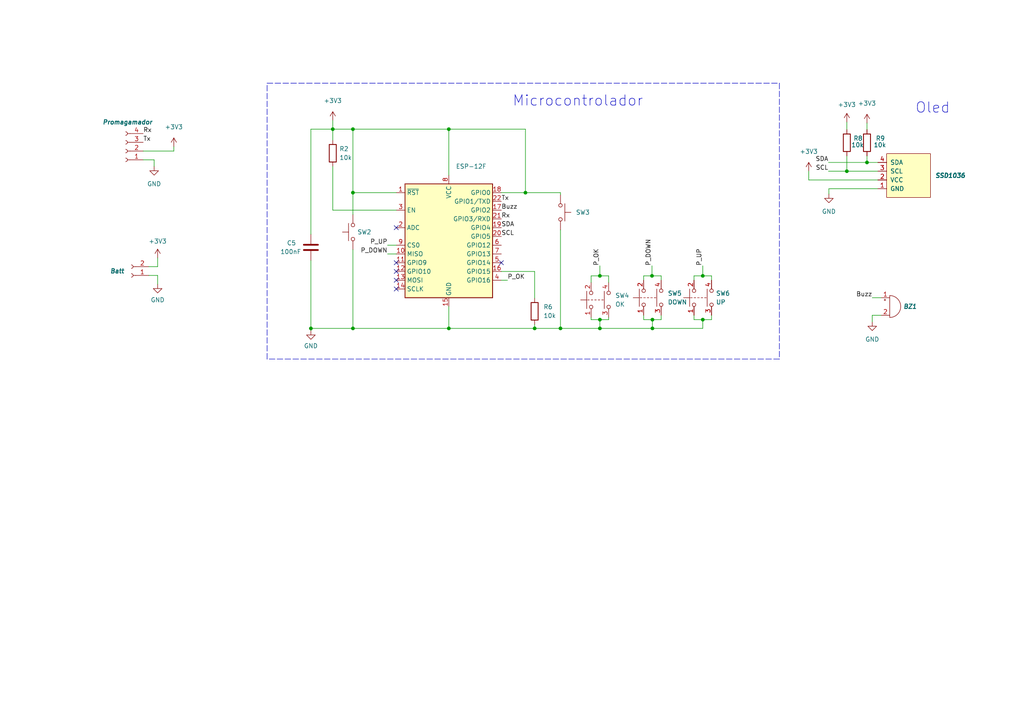
<source format=kicad_sch>
(kicad_sch (version 20211123) (generator eeschema)
  (paper "A4")
  (lib_symbols
    (symbol "Connector:Conn_01x02_Female" (pin_names (offset 1.016) hide)
      (property "Reference" "J" (at 0 2.54 0))
      (property "Value" "Conn_01x02_Female" (at 0 -5.08 0))
      (symbol "Conn_01x02_Female_1_1"
        (arc (start 0 -2.032) (mid -0.508 -2.54) (end 0 -3.048) (stroke (width 0.1524)))
        (polyline (pts (xy -1.27 -2.54) (xy -0.508 -2.54)) (stroke (width 0.1524)))
        (polyline (pts (xy -1.27 0) (xy -0.508 0)) (stroke (width 0.1524)))
        (arc (start 0 0.508) (mid -0.508 0) (end 0 -0.508) (stroke (width 0.1524)))
        (pin passive line (at -5.08 0 0) (length 3.81) (name "Pin_1") (number "1"))
        (pin passive line (at -5.08 -2.54 0) (length 3.81) (name "Pin_2") (number "2"))
      )
    )
    (symbol "Connector:Conn_01x04_Female" (pin_names (offset 1.016) hide)
      (property "Reference" "J" (at 0 5.08 0))
      (property "Value" "Conn_01x04_Female" (at 0 -7.62 0))
      (symbol "Conn_01x04_Female_1_1"
        (arc (start 0 -4.572) (mid -0.508 -5.08) (end 0 -5.588) (stroke (width 0.1524)))
        (arc (start 0 -2.032) (mid -0.508 -2.54) (end 0 -3.048) (stroke (width 0.1524)))
        (polyline (pts (xy -1.27 -5.08) (xy -0.508 -5.08)) (stroke (width 0.1524)))
        (polyline (pts (xy -1.27 -2.54) (xy -0.508 -2.54)) (stroke (width 0.1524)))
        (polyline (pts (xy -1.27 0) (xy -0.508 0)) (stroke (width 0.1524)))
        (polyline (pts (xy -1.27 2.54) (xy -0.508 2.54)) (stroke (width 0.1524)))
        (arc (start 0 0.508) (mid -0.508 0) (end 0 -0.508) (stroke (width 0.1524)))
        (arc (start 0 3.048) (mid -0.508 2.54) (end 0 2.032) (stroke (width 0.1524)))
        (pin passive line (at -5.08 2.54 0) (length 3.81) (name "Pin_1") (number "1"))
        (pin passive line (at -5.08 0 0) (length 3.81) (name "Pin_2") (number "2"))
        (pin passive line (at -5.08 -2.54 0) (length 3.81) (name "Pin_3") (number "3"))
        (pin passive line (at -5.08 -5.08 0) (length 3.81) (name "Pin_4") (number "4"))
      )
    )
    (symbol "Device:Buzzer" (pin_names (offset 0.0254) hide)
      (property "Reference" "BZ" (at 3.81 1.27 0))
      (property "Value" "Buzzer" (at 3.81 -1.27 0))
      (symbol "Buzzer_0_1"
        (arc (start 0 -3.175) (mid 3.175 0) (end 0 3.175))
        (polyline (pts (xy -1.651 1.905) (xy -1.143 1.905)))
        (polyline (pts (xy -1.397 2.159) (xy -1.397 1.651)))
        (polyline (pts (xy 0 3.175) (xy 0 -3.175)))
      )
      (symbol "Buzzer_1_1"
        (pin passive line (at -2.54 2.54 0) (length 2.54) (name "-") (number "1"))
        (pin passive line (at -2.54 -2.54 0) (length 2.54) (name "+") (number "2"))
      )
    )
    (symbol "Device:C" (pin_numbers hide) (pin_names (offset 0.254))
      (property "Reference" "C" (at 0.635 2.54 0))
      (property "Value" "C" (at 0.635 -2.54 0))
      (symbol "C_0_1"
        (polyline (pts (xy -2.032 -0.762) (xy 2.032 -0.762)) (stroke (width 0.508)))
        (polyline (pts (xy -2.032 0.762) (xy 2.032 0.762)) (stroke (width 0.508)))
      )
      (symbol "C_1_1"
        (pin passive line (at 0 3.81 270) (length 2.794) (name "~") (number "1"))
        (pin passive line (at 0 -3.81 90) (length 2.794) (name "~") (number "2"))
      )
    )
    (symbol "Device:R" (pin_numbers hide) (pin_names (offset 0))
      (property "Reference" "R" (at 2.032 0 90))
      (property "Value" "R" (at 0 0 90))
      (symbol "R_0_1"
        (rectangle (start -1.016 -2.54) (end 1.016 2.54) (stroke (width 0.254)))
      )
      (symbol "R_1_1"
        (pin passive line (at 0 3.81 270) (length 1.27) (name "~") (number "1"))
        (pin passive line (at 0 -3.81 90) (length 1.27) (name "~") (number "2"))
      )
    )
    (symbol "EESTN5:SSD1306-SSD1306-128x64_OLED" (pin_names (offset 1.016))
      (property "Reference" "Display" (at 0 -3.81 0))
      (symbol "SSD1306-SSD1306-128x64_OLED_0_1"
        (rectangle (start -6.35 6.35) (end 6.35 -6.35) (fill (type background)))
      )
      (symbol "SSD1306-SSD1306-128x64_OLED_1_1"
        (pin input line (at -3.81 8.89 270) (length 2.54) (name "GND") (number "1"))
        (pin input line (at -1.27 8.89 270) (length 2.54) (name "VCC") (number "2"))
        (pin input line (at 1.27 8.89 270) (length 2.54) (name "SCL") (number "3"))
        (pin input line (at 3.81 8.89 270) (length 2.54) (name "SDA") (number "4"))
      )
    )
    (symbol "EESTN5:SW_Push" (pin_numbers hide) (pin_names (offset 1.016) hide)
      (property "Reference" "SW" (at 1.27 2.54 0))
      (symbol "SW_Push_0_1"
        (circle (center -2.032 0) (radius 0.508))
        (polyline (pts (xy 0 1.27) (xy 0 3.048)))
        (polyline (pts (xy 2.54 1.27) (xy -2.54 1.27)))
        (circle (center 2.032 0) (radius 0.508))
        (pin passive line (at -5.08 0 0) (length 2.54) (name "1") (number "1"))
        (pin passive line (at 5.08 0 180) (length 2.54) (name "2") (number "2"))
      )
    )
    (symbol "RF_Module:ESP-12F"
      (property "Reference" "U" (at -12.7 19.05 0))
      (property "Value" "ESP-12F" (at 12.7 19.05 0))
      (symbol "ESP-12F_0_1"
        (rectangle (start -12.7 17.78) (end 12.7 -15.24) (stroke (width 0.254)) (fill (type background)))
      )
      (symbol "ESP-12F_1_1"
        (pin input line (at -15.24 15.24 0) (length 2.54) (name "~{RST}") (number "1"))
        (pin bidirectional line (at -15.24 -2.54 0) (length 2.54) (name "MISO") (number "10"))
        (pin bidirectional line (at -15.24 -5.08 0) (length 2.54) (name "GPIO9") (number "11"))
        (pin bidirectional line (at -15.24 -7.62 0) (length 2.54) (name "GPIO10") (number "12"))
        (pin bidirectional line (at -15.24 -10.16 0) (length 2.54) (name "MOSI") (number "13"))
        (pin bidirectional line (at -15.24 -12.7 0) (length 2.54) (name "SCLK") (number "14"))
        (pin power_in line (at 0 -17.78 90) (length 2.54) (name "GND") (number "15"))
        (pin bidirectional line (at 15.24 -7.62 180) (length 2.54) (name "GPIO15") (number "16"))
        (pin bidirectional line (at 15.24 10.16 180) (length 2.54) (name "GPIO2") (number "17"))
        (pin bidirectional line (at 15.24 15.24 180) (length 2.54) (name "GPIO0") (number "18"))
        (pin bidirectional line (at 15.24 5.08 180) (length 2.54) (name "GPIO4") (number "19"))
        (pin input line (at -15.24 5.08 0) (length 2.54) (name "ADC") (number "2"))
        (pin bidirectional line (at 15.24 2.54 180) (length 2.54) (name "GPIO5") (number "20"))
        (pin bidirectional line (at 15.24 7.62 180) (length 2.54) (name "GPIO3/RXD") (number "21"))
        (pin bidirectional line (at 15.24 12.7 180) (length 2.54) (name "GPIO1/TXD") (number "22"))
        (pin input line (at -15.24 10.16 0) (length 2.54) (name "EN") (number "3"))
        (pin bidirectional line (at 15.24 -10.16 180) (length 2.54) (name "GPIO16") (number "4"))
        (pin bidirectional line (at 15.24 -5.08 180) (length 2.54) (name "GPIO14") (number "5"))
        (pin bidirectional line (at 15.24 0 180) (length 2.54) (name "GPIO12") (number "6"))
        (pin bidirectional line (at 15.24 -2.54 180) (length 2.54) (name "GPIO13") (number "7"))
        (pin power_in line (at 0 20.32 270) (length 2.54) (name "VCC") (number "8"))
        (pin input line (at -15.24 0 0) (length 2.54) (name "CS0") (number "9"))
      )
    )
    (symbol "Switch:SW_Push_Dual" (pin_names (offset 1.016) hide)
      (property "Reference" "SW" (at 1.27 2.54 0))
      (property "Value" "SW_Push_Dual" (at 0 -6.858 0))
      (symbol "SW_Push_Dual_0_1"
        (circle (center -2.032 -5.08) (radius 0.508))
        (circle (center -2.032 0) (radius 0.508))
        (polyline (pts (xy 0 -3.048) (xy 0 -3.556)))
        (polyline (pts (xy 0 -2.032) (xy 0 -2.54)))
        (polyline (pts (xy 0 -1.524) (xy 0 -1.016)))
        (polyline (pts (xy 0 -0.508) (xy 0 0)))
        (polyline (pts (xy 0 0.508) (xy 0 1.016)))
        (polyline (pts (xy 0 1.27) (xy 0 3.048)))
        (polyline (pts (xy 2.54 -3.81) (xy -2.54 -3.81)))
        (polyline (pts (xy 2.54 1.27) (xy -2.54 1.27)))
        (circle (center 2.032 -5.08) (radius 0.508))
        (circle (center 2.032 0) (radius 0.508))
        (pin passive line (at -5.08 0 0) (length 2.54) (name "1") (number "1"))
        (pin passive line (at 5.08 0 180) (length 2.54) (name "2") (number "2"))
        (pin passive line (at -5.08 -5.08 0) (length 2.54) (name "3") (number "3"))
        (pin passive line (at 5.08 -5.08 180) (length 2.54) (name "4") (number "4"))
      )
    )
    (symbol "power:+3.3V" (power) (pin_names (offset 0))
      (property "Value" "+3.3V" (at 0 3.556 0))
      (symbol "+3.3V_0_1"
        (polyline (pts (xy -0.762 1.27) (xy 0 2.54)))
        (polyline (pts (xy 0 0) (xy 0 2.54)))
        (polyline (pts (xy 0 2.54) (xy 0.762 1.27)))
      )
      (symbol "+3.3V_1_1"
        (pin power_in line (at 0 0 90) (length 0) hide (name "+3V3") (number "1"))
      )
    )
    (symbol "power:GND" (power) (pin_names (offset 0))
      (property "Value" "GND" (at 0 -3.81 0))
      (symbol "GND_0_1"
        (polyline (pts (xy 0 0) (xy 0 -1.27) (xy 1.27 -1.27) (xy 0 -2.54) (xy -1.27 -1.27) (xy 0 -1.27)))
      )
      (symbol "GND_1_1"
        (pin power_in line (at 0 0 270) (length 0) hide (name "GND") (number "1"))
      )
    )
  )
  (junction (at 102.362 37.465))
  (junction (at 102.362 55.88))
  (junction (at 189.103 80.01))
  (junction (at 96.52 37.465))
  (junction (at 189.23 92.71))
  (junction (at 251.46 47.117))
  (junction (at 155.067 95.25))
  (junction (at 152.4 55.88))
  (junction (at 162.56 95.25))
  (junction (at 173.99 92.71))
  (junction (at 189.23 95.25))
  (junction (at 173.99 95.25))
  (junction (at 203.835 80.01))
  (junction (at 203.835 92.71))
  (junction (at 130.175 37.465))
  (junction (at 130.175 95.25))
  (junction (at 173.99 80.01))
  (junction (at 102.362 95.25))
  (junction (at 245.618 49.657))
  (junction (at 90.17 95.25))
  (no_connect (at 114.935 83.82))
  (no_connect (at 145.415 76.2))
  (no_connect (at 114.935 66.04))
  (no_connect (at 114.935 78.74))
  (no_connect (at 114.935 76.2))
  (no_connect (at 114.935 81.28))
  (wire (pts (xy 240.411 54.737) (xy 240.411 56.261)))
  (wire (pts (xy 186.69 81.28) (xy 186.69 80.01)))
  (wire (pts (xy 186.69 92.71) (xy 186.69 91.44)))
  (wire (pts (xy 240.284 49.657) (xy 245.618 49.657)))
  (wire (pts (xy 90.17 95.25) (xy 90.17 95.885)))
  (wire (pts (xy 102.362 55.88) (xy 102.362 62.23)))
  (wire (pts (xy 96.52 37.465) (xy 102.362 37.465)))
  (wire (pts (xy 176.53 80.01) (xy 176.53 81.915)))
  (wire (pts (xy 43.18 79.883) (xy 45.72 79.883)))
  (wire (pts (xy 102.362 37.465) (xy 130.175 37.465)))
  (wire (pts (xy 234.569 52.197) (xy 234.569 49.657)))
  (wire (pts (xy 90.17 75.565) (xy 90.17 95.25)))
  (wire (pts (xy 96.52 34.925) (xy 96.52 37.465)))
  (wire (pts (xy 201.295 91.44) (xy 201.295 92.71)))
  (wire (pts (xy 203.835 77.089) (xy 203.835 80.01)))
  (wire (pts (xy 189.23 95.25) (xy 189.23 92.71)))
  (wire (pts (xy 90.17 37.465) (xy 96.52 37.465)))
  (wire (pts (xy 173.99 80.01) (xy 176.53 80.01)))
  (wire (pts (xy 162.56 66.675) (xy 162.56 95.25)))
  (wire (pts (xy 102.362 37.465) (xy 102.362 55.88)))
  (wire (pts (xy 155.067 78.74) (xy 155.067 86.487)))
  (wire (pts (xy 50.419 43.815) (xy 50.419 42.545)))
  (wire (pts (xy 251.46 35.687) (xy 251.46 37.592)))
  (wire (pts (xy 191.77 91.44) (xy 191.77 92.71)))
  (wire (pts (xy 240.284 47.117) (xy 251.46 47.117)))
  (wire (pts (xy 41.529 46.355) (xy 44.704 46.355)))
  (wire (pts (xy 245.618 45.212) (xy 245.618 49.657)))
  (wire (pts (xy 191.77 92.71) (xy 189.23 92.71)))
  (wire (pts (xy 96.52 37.465) (xy 96.52 40.64)))
  (wire (pts (xy 45.72 79.883) (xy 45.72 82.423)))
  (wire (pts (xy 254.635 54.737) (xy 240.411 54.737)))
  (wire (pts (xy 206.375 91.44) (xy 206.375 92.71)))
  (wire (pts (xy 112.395 71.12) (xy 114.935 71.12)))
  (wire (pts (xy 203.835 80.01) (xy 206.375 80.01)))
  (wire (pts (xy 251.46 45.212) (xy 251.46 47.117)))
  (polyline (pts (xy 77.47 24.13) (xy 226.06 24.13)))
  (wire (pts (xy 162.56 55.88) (xy 162.56 56.515)))
  (wire (pts (xy 96.52 60.96) (xy 114.935 60.96)))
  (wire (pts (xy 96.52 48.26) (xy 96.52 60.96)))
  (wire (pts (xy 90.17 95.25) (xy 102.362 95.25)))
  (wire (pts (xy 245.618 35.433) (xy 245.618 37.592)))
  (wire (pts (xy 102.362 55.88) (xy 114.935 55.88)))
  (wire (pts (xy 44.704 46.355) (xy 44.704 48.26)))
  (wire (pts (xy 130.175 37.465) (xy 130.175 50.8)))
  (wire (pts (xy 171.45 81.915) (xy 171.45 80.01)))
  (wire (pts (xy 90.17 67.945) (xy 90.17 37.465)))
  (wire (pts (xy 155.067 94.107) (xy 155.067 95.25)))
  (wire (pts (xy 252.984 91.44) (xy 252.984 93.345)))
  (wire (pts (xy 245.618 49.657) (xy 254.635 49.657)))
  (wire (pts (xy 173.99 77.089) (xy 173.99 80.01)))
  (wire (pts (xy 176.53 92.075) (xy 176.53 92.71)))
  (wire (pts (xy 102.362 95.25) (xy 130.175 95.25)))
  (wire (pts (xy 206.375 92.71) (xy 203.835 92.71)))
  (wire (pts (xy 130.175 88.9) (xy 130.175 95.25)))
  (wire (pts (xy 162.56 95.25) (xy 173.99 95.25)))
  (wire (pts (xy 145.415 78.74) (xy 155.067 78.74)))
  (wire (pts (xy 171.45 92.71) (xy 171.45 92.075)))
  (wire (pts (xy 186.69 80.01) (xy 189.103 80.01)))
  (wire (pts (xy 145.415 81.28) (xy 147.193 81.28)))
  (wire (pts (xy 173.99 95.25) (xy 173.99 92.71)))
  (wire (pts (xy 130.175 95.25) (xy 155.067 95.25)))
  (polyline (pts (xy 77.47 104.14) (xy 77.47 24.13)))
  (wire (pts (xy 189.23 92.71) (xy 186.69 92.71)))
  (wire (pts (xy 41.529 43.815) (xy 50.419 43.815)))
  (wire (pts (xy 45.72 74.803) (xy 45.72 77.343)))
  (wire (pts (xy 176.53 92.71) (xy 173.99 92.71)))
  (wire (pts (xy 173.99 95.25) (xy 189.23 95.25)))
  (wire (pts (xy 191.77 80.01) (xy 191.77 81.28)))
  (polyline (pts (xy 226.06 104.14) (xy 77.47 104.14)))
  (wire (pts (xy 234.569 52.197) (xy 254.635 52.197)))
  (wire (pts (xy 203.835 95.25) (xy 203.835 92.71)))
  (wire (pts (xy 130.175 37.465) (xy 152.4 37.465)))
  (wire (pts (xy 145.415 55.88) (xy 152.4 55.88)))
  (wire (pts (xy 251.46 47.117) (xy 254.635 47.117)))
  (wire (pts (xy 189.103 80.01) (xy 191.77 80.01)))
  (wire (pts (xy 201.295 92.71) (xy 203.835 92.71)))
  (wire (pts (xy 152.4 37.465) (xy 152.4 55.88)))
  (wire (pts (xy 171.45 80.01) (xy 173.99 80.01)))
  (wire (pts (xy 252.984 86.36) (xy 255.524 86.36)))
  (wire (pts (xy 155.067 95.25) (xy 162.56 95.25)))
  (wire (pts (xy 201.295 80.01) (xy 203.835 80.01)))
  (wire (pts (xy 173.99 92.71) (xy 171.45 92.71)))
  (wire (pts (xy 189.103 77.089) (xy 189.103 80.01)))
  (wire (pts (xy 255.524 91.44) (xy 252.984 91.44)))
  (wire (pts (xy 189.23 95.25) (xy 203.835 95.25)))
  (wire (pts (xy 102.362 72.39) (xy 102.362 95.25)))
  (wire (pts (xy 45.72 77.343) (xy 43.18 77.343)))
  (wire (pts (xy 206.375 81.28) (xy 206.375 80.01)))
  (polyline (pts (xy 226.06 24.13) (xy 226.06 104.14)))
  (wire (pts (xy 112.395 73.66) (xy 114.935 73.66)))
  (wire (pts (xy 201.295 80.01) (xy 201.295 81.28)))
  (wire (pts (xy 152.4 55.88) (xy 162.56 55.88)))
  (text "Oled" (at 265.43 33.147 0) (effects (font (size 3 3)) (justify left bottom)))
  (text "Microcontrolador\n" (at 148.59 31.115 0) (effects (font (size 3 3)) (justify left bottom)))
  (label "Rx" (at 41.529 38.735 0))
  (label "P_OK" (at 147.193 81.28 0))
  (label "Rx" (at 145.415 63.5 0))
  (label "P_UP" (at 203.835 77.089 90))
  (label "P_DOWN" (at 189.103 77.089 90))
  (label "Buzz" (at 145.415 60.96 0))
  (label "Tx" (at 145.415 58.42 0))
  (label "SDA" (at 240.284 47.117 180))
  (label "P_OK" (at 173.99 77.089 90))
  (label "Tx" (at 41.529 41.275 0))
  (label "SCL" (at 145.415 68.58 0))
  (label "SDA" (at 145.415 66.04 0))
  (label "P_UP" (at 112.395 71.12 180))
  (label "Buzz" (at 252.984 86.36 180))
  (label "P_DOWN" (at 112.395 73.66 180))
  (label "SCL" (at 240.284 49.657 180))
  (symbol (lib_id "power:+3.3V") (at 245.618 35.433 0) (unit 1)
    (property "Reference" "#PWR0113" (effects hide))
    (property "Value" "+3.3V" (at 245.618 30.353 0))
  )
  (symbol (lib_id "Connector:Conn_01x02_Female") (at 38.1 79.883 180) (unit 1)
    (property "Reference" "Batt" (at 36.195 78.6131 0) (effects (font bold italic) (justify left)))
    (property "Value" "Conn_01x02_Female" (effects hide))
    (property "Footprint" "EESTN5:Pin_Header_2" (effects hide))
  )
  (symbol (lib_id "power:+3.3V") (at 234.569 49.657 0) (unit 1)
    (property "Reference" "#PWR0108" (effects hide))
    (property "Value" "+3.3V" (at 234.569 43.942 0))
  )
  (symbol (lib_id "power:GND") (at 252.984 93.345 0) (unit 1)
    (property "Reference" "#PWR0103" (effects hide))
    (property "Value" "GND" (at 252.984 98.425 0))
  )
  (symbol (lib_id "EESTN5:SW_Push") (at 162.56 61.595 270) (unit 1)
    (property "Reference" "SW3" (at 167.005 61.5949 90) (effects (justify left)))
    (property "Value" "SW_Push" (effects hide))
    (property "Footprint" "Button_Switch_SMD:SW_Push_1P1T_NO_CK_KMR2" (effects hide))
  )
  (symbol (lib_id "EESTN5:SSD1306-SSD1306-128x64_OLED") (at 263.525 50.927 90) (unit 1)
    (property "Reference" "SSD1036" (at 271.272 50.9269 90) (effects (font bold italic) (justify right)))
    (property "Value" "SSD1306-SSD1306-128x64_OLED" (effects hide))
    (property "Footprint" "EESTN5:pin_strip_4" (effects hide))
  )
  (symbol (lib_id "Device:C") (at 90.17 71.755 0) (unit 1)
    (property "Reference" "C5" (at 83.185 70.485 0) (effects (justify left)))
    (property "Value" "100nF" (at 81.28 73.025 0) (effects (justify left)))
    (property "Footprint" "EESTN5:CAP_0.1" (effects hide))
  )
  (symbol (lib_id "Switch:SW_Push_Dual") (at 201.295 86.36 90) (unit 1)
    (property "Reference" "SW6" (at 207.645 85.0899 90) (effects (justify right)))
    (property "Value" "UP" (at 207.645 87.6299 90) (effects (justify right)))
    (property "Footprint" "Button_Switch_SMD:SW_SPST_TL3342" (effects hide))
  )
  (symbol (lib_id "power:GND") (at 90.17 95.885 0) (unit 1)
    (property "Reference" "#PWR0101" (effects hide))
    (property "Value" "GND" (at 90.17 100.33 0))
  )
  (symbol (lib_id "power:+3.3V") (at 251.46 35.687 0) (unit 1)
    (property "Reference" "#PWR0114" (effects hide))
    (property "Value" "+3.3V" (at 251.46 29.972 0))
  )
  (symbol (lib_id "Switch:SW_Push_Dual") (at 186.69 86.36 90) (unit 1)
    (property "Reference" "SW5" (at 193.675 85.0899 90) (effects (justify right)))
    (property "Value" "DOWN" (at 193.675 87.6299 90) (effects (justify right)))
    (property "Footprint" "Button_Switch_SMD:SW_SPST_TL3342" (effects hide))
  )
  (symbol (lib_id "EESTN5:SW_Push") (at 102.362 67.31 90) (unit 1)
    (property "Reference" "SW2" (at 103.632 67.3099 90) (effects (justify right)))
    (property "Value" "SW_Push" (effects hide))
    (property "Footprint" "Button_Switch_SMD:SW_Push_1P1T_NO_CK_KMR2" (effects hide))
  )
  (symbol (lib_id "power:+3.3V") (at 96.52 34.925 0) (unit 1)
    (property "Reference" "#PWR0105" (effects hide))
    (property "Value" "+3.3V" (at 96.52 29.21 0))
  )
  (symbol (lib_id "power:GND") (at 45.72 82.423 0) (unit 1)
    (property "Reference" "#PWR?" (effects hide))
    (property "Value" "GND" (at 45.72 86.995 0))
  )
  (symbol (lib_id "Device:R") (at 155.067 90.297 180) (unit 1)
    (property "Reference" "R6" (at 157.607 89.0269 0) (effects (justify right)))
    (property "Value" "10k" (at 157.607 91.5669 0) (effects (justify right)))
    (property "Footprint" "EESTN5:RES0.3" (effects hide))
  )
  (symbol (lib_id "Connector:Conn_01x04_Female") (at 36.449 43.815 180) (unit 1)
    (property "Reference" "Promagamador" (at 37.084 35.433 0) (effects (font bold italic)))
    (property "Value" "Conn_01x04_Female" (effects hide))
    (property "Footprint" "EESTN5:pin_strip_4" (effects hide))
  )
  (symbol (lib_id "power:+3.3V") (at 45.72 74.803 0) (unit 1)
    (property "Reference" "#PWR?" (effects hide))
    (property "Value" "+3.3V" (at 45.72 69.977 0))
  )
  (symbol (lib_id "power:GND") (at 240.411 56.261 0) (unit 1)
    (property "Reference" "#PWR0104" (effects hide))
    (property "Value" "GND" (at 240.411 61.341 0))
  )
  (symbol (lib_id "Device:R") (at 96.52 44.45 0) (unit 1)
    (property "Reference" "R2" (at 98.425 43.1799 0) (effects (justify left)))
    (property "Value" "10k" (at 98.425 45.7199 0) (effects (justify left)))
    (property "Footprint" "EESTN5:RES0.3" (effects hide))
  )
  (symbol (lib_id "power:+3.3V") (at 50.419 42.545 0) (unit 1)
    (property "Reference" "#PWR0107" (effects hide))
    (property "Value" "+3.3V" (at 50.419 36.83 0))
  )
  (symbol (lib_id "Device:R") (at 251.46 41.402 0) (unit 1)
    (property "Reference" "R9" (at 254 40.1319 0) (effects (justify left)))
    (property "Value" "10k" (at 253.365 42.037 0) (effects (justify left)))
    (property "Footprint" "EESTN5:RES0.3" (effects hide))
  )
  (symbol (lib_id "RF_Module:ESP-12F") (at 130.175 71.12 0) (unit 1)
    (property "Reference" "ESP-12F" (at 132.1944 48.26 0) (effects (justify left)))
    (property "Value" "ESP-12F" (effects hide))
    (property "Footprint" "RF_Module:ESP-12E" (effects hide))
    (property "Datasheet" "http://wiki.ai-thinker.com/_media/esp8266/esp8266_series_modules_user_manual_v1.1.pdf" (effects hide))
  )
  (symbol (lib_id "Device:Buzzer") (at 258.064 88.9 0) (unit 1)
    (property "Reference" "BZ1" (at 261.874 88.9 0) (effects (font bold italic) (justify left)))
    (property "Value" "Buzzer" (effects hide))
    (property "Footprint" "Buzzer_Beeper:Buzzer_Murata_PKMCS0909E" (effects hide))
  )
  (symbol (lib_id "Switch:SW_Push_Dual") (at 171.45 86.995 90) (unit 1)
    (property "Reference" "SW4" (at 178.435 85.7249 90) (effects (justify right)))
    (property "Value" "OK" (at 178.435 88.2649 90) (effects (justify right)))
    (property "Footprint" "Button_Switch_SMD:SW_SPST_TL3342" (effects hide))
  )
  (symbol (lib_id "Device:R") (at 245.618 41.402 0) (unit 1)
    (property "Reference" "R8" (at 247.523 40.132 0) (effects (justify left)))
    (property "Value" "10k" (at 246.888 42.037 0) (effects (justify left)))
    (property "Footprint" "EESTN5:RES0.3" (effects hide))
  )
  (symbol (lib_id "power:GND") (at 44.704 48.26 0) (unit 1)
    (property "Reference" "#PWR0106" (effects hide))
    (property "Value" "GND" (at 44.704 53.34 0))
  )
)
</source>
